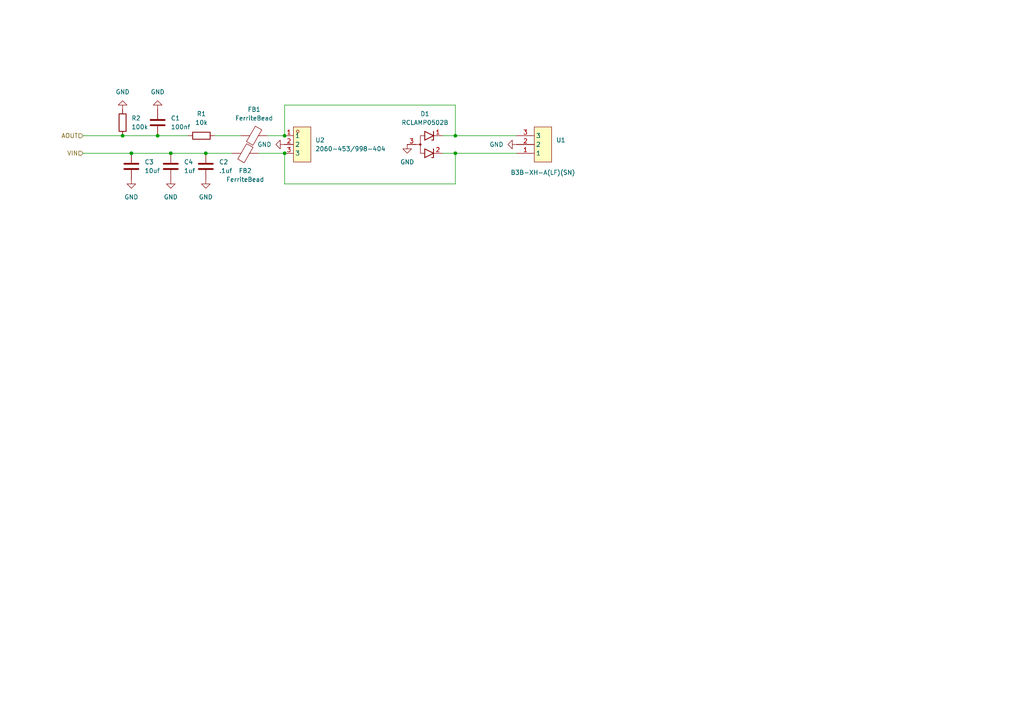
<source format=kicad_sch>
(kicad_sch (version 20231120) (generator "eeschema") (generator_version "8.0")
  (paper "A4")
  (lib_symbols
    (symbol "Device:C" (pin_numbers hide) (pin_names (offset 0.254))
      (property "Reference" "C" (at 0.635 2.54 0))
      (property "Value" "C" (at 0.635 -2.54 0))
      (symbol "C_0_1"
        (polyline (pts (xy -2.032 -0.762) (xy 2.032 -0.762)) (stroke (width 0.508)))
        (polyline (pts (xy -2.032 0.762) (xy 2.032 0.762)) (stroke (width 0.508)))
      )
      (symbol "C_1_1"
        (pin passive line (at 0 3.81 270) (length 2.794) (name "~") (number "1"))
        (pin passive line (at 0 -3.81 90) (length 2.794) (name "~") (number "2"))
      )
    )
    (symbol "Device:FerriteBead" (pin_numbers hide) (pin_names (offset 0))
      (property "Reference" "FB" (at -3.81 0.635 90))
      (property "Value" "FerriteBead" (at 3.81 0 90))
      (symbol "FerriteBead_0_1"
        (polyline (pts (xy 0 -1.27) (xy 0 -1.2192)))
        (polyline (pts (xy 0 1.27) (xy 0 1.2954)))
        (polyline (pts (xy -2.7686 0.4064) (xy -1.7018 2.2606) (xy 2.7686 -0.3048) (xy 1.6764 -2.159) (xy -2.7686 0.4064)))
      )
      (symbol "FerriteBead_1_1"
        (pin passive line (at 0 3.81 270) (length 2.54) (name "~") (number "1"))
        (pin passive line (at 0 -3.81 90) (length 2.54) (name "~") (number "2"))
      )
    )
    (symbol "Device:R" (pin_numbers hide) (pin_names (offset 0))
      (property "Reference" "R" (at 2.032 0 90))
      (property "Value" "R" (at 0 0 90))
      (symbol "R_0_1"
        (rectangle (start -1.016 -2.54) (end 1.016 2.54) (stroke (width 0.254)))
      )
      (symbol "R_1_1"
        (pin passive line (at 0 3.81 270) (length 1.27) (name "~") (number "1"))
        (pin passive line (at 0 -3.81 90) (length 1.27) (name "~") (number "2"))
      )
    )
    (symbol "Power_Protection:RCLAMP0502B" (pin_names hide)
      (property "Reference" "D" (at 0 5.08 0))
      (property "Value" "RCLAMP0502B" (at 0 -5.08 0))
      (symbol "RCLAMP0502B_0_1"
        (polyline (pts (xy -2.54 0) (xy -1.27 0)))
        (polyline (pts (xy -1.27 2.54) (xy -1.27 -2.54)))
        (polyline (pts (xy 0 2.54) (xy -1.27 2.54)) (stroke (width 0.1524)))
        (polyline (pts (xy 2.54 3.81) (xy 2.54 1.27) (xy 2.032 1.27)) (stroke (width 0.254)))
        (polyline (pts (xy 0 1.27) (xy 0 3.81) (xy 2.54 2.54) (xy 0 1.27)) (stroke (width 0.254)))
        (pin passive line (at -5.08 0 0) (length 2.54) (name "A") (number "3"))
      )
      (symbol "RCLAMP0502B_1_1"
        (circle (center -1.27 0) (radius 0.254) (fill (type outline)))
        (polyline (pts (xy 0 -2.54) (xy -1.27 -2.54)) (stroke (width 0.1524)))
        (polyline (pts (xy 2.54 -1.27) (xy 2.54 -3.81) (xy 2.032 -3.81)) (stroke (width 0.254)))
        (polyline (pts (xy 0 -3.81) (xy 0 -1.27) (xy 2.54 -2.54) (xy 0 -3.81)) (stroke (width 0.254)))
        (pin passive line (at 5.08 2.54 180) (length 2.54) (name "K1") (number "1"))
        (pin passive line (at 5.08 -2.54 180) (length 2.54) (name "K2") (number "2"))
      )
    )
    (symbol "easyeda2kicad:2060-453_998-404"
      (property "Reference" "U" (at 0 7.62 0))
      (property "Value" "2060-453/998-404" (at 0 -7.62 0))
      (symbol "2060-453_998-404_0_1"
        (rectangle (start -2.54 5.08) (end 2.54 -5.08) (fill (type background)))
        (circle (center -1.27 3.81) (radius 0.38))
        (pin unspecified line (at -5.08 2.54 0) (length 2.54) (name "1") (number "1"))
        (pin unspecified line (at -5.08 0 0) (length 2.54) (name "2") (number "2"))
        (pin unspecified line (at -5.08 -2.54 0) (length 2.54) (name "3") (number "3"))
      )
    )
    (symbol "easyeda2kicad:B3B-XH-A(LF)(SN)"
      (property "Reference" "U" (at 0 12.7 0))
      (property "Value" "B3B-XH-A(LF)(SN)" (at 0 2.54 0))
      (symbol "B3B-XH-A(LF)(SN)_0_1"
        (rectangle (start -5.08 2.54) (end 5.08 -2.54) (fill (type background)))
        (pin unspecified line (at -2.54 7.62 270) (length 5.08) (name "1") (number "1"))
        (pin unspecified line (at 0 7.62 270) (length 5.08) (name "2") (number "2"))
        (pin unspecified line (at 2.54 7.62 270) (length 5.08) (name "3") (number "3"))
      )
    )
    (symbol "power:GND" (power) (pin_numbers hide) (pin_names (offset 0) hide)
      (property "Value" "GND" (at 0 -3.81 0))
      (symbol "GND_0_1"
        (polyline (pts (xy 0 0) (xy 0 -1.27) (xy 1.27 -1.27) (xy 0 -2.54) (xy -1.27 -1.27) (xy 0 -1.27)))
      )
      (symbol "GND_1_1"
        (pin power_in line (at 0 0 270) (length 0) (name "~") (number "1"))
      )
    )
  )
  (junction (at 49.53 44.45))
  (junction (at 82.55 44.45))
  (junction (at 132.08 44.45))
  (junction (at 59.69 44.45))
  (junction (at 132.08 39.37))
  (junction (at 82.55 39.37))
  (junction (at 45.72 39.37))
  (junction (at 38.1 44.45))
  (junction (at 35.56 39.37))
  (wire (pts (xy 62.23 39.37) (xy 69.85 39.37)))
  (wire (pts (xy 82.55 53.34) (xy 132.08 53.34)))
  (wire (pts (xy 35.56 39.37) (xy 45.72 39.37)))
  (wire (pts (xy 132.08 44.45) (xy 132.08 53.34)))
  (wire (pts (xy 132.08 39.37) (xy 132.08 30.48)))
  (wire (pts (xy 24.13 44.45) (xy 38.1 44.45)))
  (wire (pts (xy 149.86 44.45) (xy 132.08 44.45)))
  (wire (pts (xy 132.08 30.48) (xy 82.55 30.48)))
  (wire (pts (xy 45.72 39.37) (xy 54.61 39.37)))
  (wire (pts (xy 82.55 30.48) (xy 82.55 39.37)))
  (wire (pts (xy 82.55 53.34) (xy 82.55 44.45)))
  (wire (pts (xy 128.27 44.45) (xy 132.08 44.45)))
  (wire (pts (xy 128.27 39.37) (xy 132.08 39.37)))
  (wire (pts (xy 74.93 44.45) (xy 82.55 44.45)))
  (wire (pts (xy 24.13 39.37) (xy 35.56 39.37)))
  (wire (pts (xy 149.86 39.37) (xy 132.08 39.37)))
  (wire (pts (xy 77.47 39.37) (xy 82.55 39.37)))
  (wire (pts (xy 38.1 44.45) (xy 49.53 44.45)))
  (wire (pts (xy 59.69 44.45) (xy 67.31 44.45)))
  (wire (pts (xy 49.53 44.45) (xy 59.69 44.45)))
  (hierarchical_label "VIN" (shape input) (at 24.13 44.45 180))
  (hierarchical_label "AOUT" (shape input) (at 24.13 39.37 180))
  (symbol (lib_id "power:GND") (at 149.86 41.91 270) (unit 1)
    (property "Reference" "#PWR024" (effects (hide yes)))
    (property "Value" "GND" (at 146.05 41.9099 90) (effects (justify right)))
    (property "Description" "Power symbol creates a global label with name \"GND\" , ground" (effects (hide yes)))
    (instances (project "" (path "" (reference "#PWR03") (unit 1)) (path "" (reference "#PWR034") (unit 1)) (path "" (reference "#PWR024") (unit 1)) (path "" (reference "#PWR029") (unit 1))))
  )
  (symbol (lib_id "easyeda2kicad:B3B-XH-A(LF)(SN)") (at 157.48 41.91 90) (unit 1)
    (property "Reference" "U1" (at 161.29 40.6399 90) (effects (justify right)))
    (property "Value" "B3B-XH-A(LF)(SN)" (at 148.082 50.038 90) (effects (justify right)))
    (property "Footprint" "easyeda2kicad:CONN-TH_3P-P2.50_A2501WV2-3P" (effects (hide yes)))
    (property "Datasheet" "https://lcsc.com/product-detail/XH-Connectors_JST-Sales-America_B3B-XH-A-LF-SN_JST-Sales-America-B3B-XH-A-LF-SN_C144394.html" (effects (hide yes)))
    (property "LCSC Part" "C144394" (effects (hide yes)))
    (instances (project "a2d" (path "" (reference "U1") (unit 1)) (path "" (reference "U10") (unit 1)) (path "" (reference "U6") (unit 1)) (path "" (reference "U8") (unit 1))))
  )
  (symbol (lib_id "easyeda2kicad:2060-453_998-404") (at 87.63 41.91 0) (unit 1)
    (property "Reference" "U5" (at 91.44 40.6399 0) (effects (justify left)))
    (property "Value" "2060-453/998-404" (at 91.44 43.1799 0) (effects (justify left)))
    (property "Footprint" "easyeda2kicad:CONN-SMD_2060-453" (effects (hide yes)))
    (property "LCSC Part" "C2765056" (effects (hide yes)))
    (instances (project "" (path "" (reference "U2") (unit 1)) (path "" (reference "U9") (unit 1)) (path "" (reference "U5") (unit 1)) (path "" (reference "U7") (unit 1))))
  )
  (symbol (lib_id "Device:FerriteBead") (at 73.66 39.37 270) (unit 1)
    (property "Reference" "FB4" (at 73.7108 31.75 90))
    (property "Value" "FerriteBead" (at 73.7108 34.29 90))
    (property "Footprint" "Inductor_SMD:L_0603_1608Metric" (effects (hide yes)))
    (property "Description" "Ferrite bead" (effects (hide yes)))
    (property "LCSC Part" "C85824" (effects (hide yes)))
    (instances (project "" (path "" (reference "FB1") (unit 1)) (path "" (reference "FB8") (unit 1)) (path "" (reference "FB4") (unit 1)) (path "" (reference "FB6") (unit 1))))
  )
  (symbol (lib_id "power:GND") (at 82.55 41.91 270) (unit 1)
    (property "Reference" "#PWR022" (effects (hide yes)))
    (property "Value" "GND" (at 78.74 41.9099 90) (effects (justify right)))
    (property "Description" "Power symbol creates a global label with name \"GND\" , ground" (effects (hide yes)))
    (instances (project "" (path "" (reference "#PWR04") (unit 1)) (path "" (reference "#PWR032") (unit 1)) (path "" (reference "#PWR022") (unit 1)) (path "" (reference "#PWR027") (unit 1))))
  )
  (symbol (lib_id "power:GND") (at 118.11 41.91 0) (unit 1)
    (property "Reference" "#PWR023" (effects (hide yes)))
    (property "Value" "GND" (at 118.11 46.99 0))
    (property "Description" "Power symbol creates a global label with name \"GND\" , ground" (effects (hide yes)))
    (instances (project "" (path "" (reference "#PWR05") (unit 1)) (path "" (reference "#PWR033") (unit 1)) (path "" (reference "#PWR023") (unit 1)) (path "" (reference "#PWR028") (unit 1))))
  )
  (symbol (lib_id "Device:R") (at 58.42 39.37 90) (unit 1)
    (property "Reference" "R5" (at 58.42 33.02 90))
    (property "Value" "10k" (at 58.42 35.56 90))
    (property "Footprint" "Resistor_SMD:R_0603_1608Metric" (effects (hide yes)))
    (property "Description" "Resistor" (effects (hide yes)))
    (instances (project "" (path "" (reference "R1") (unit 1)) (path "" (reference "R9") (unit 1)) (path "" (reference "R5") (unit 1)) (path "" (reference "R7") (unit 1))))
  )
  (symbol (lib_id "power:GND") (at 49.53 52.07 0) (unit 1)
    (property "Reference" "#PWR045" (effects (hide yes)))
    (property "Value" "GND" (at 49.53 57.15 0))
    (property "Description" "Power symbol creates a global label with name \"GND\" , ground" (effects (hide yes)))
    (instances (project "a2d" (path "" (reference "#PWR045") (unit 1)) (path "" (reference "#PWR048") (unit 1)) (path "" (reference "#PWR046") (unit 1)) (path "" (reference "#PWR047") (unit 1))))
  )
  (symbol (lib_id "Device:C") (at 45.72 35.56 0) (unit 1)
    (property "Reference" "C16" (at 49.53 34.2899 0) (effects (justify left)))
    (property "Value" "100nf" (at 49.53 36.8299 0) (effects (justify left)))
    (property "Footprint" "Capacitor_SMD:C_0603_1608Metric" (effects (hide yes)))
    (property "Description" "Unpolarized capacitor" (effects (hide yes)))
    (instances (project "" (path "" (reference "C1") (unit 1)) (path "" (reference "C24") (unit 1)) (path "" (reference "C16") (unit 1)) (path "" (reference "C20") (unit 1))))
  )
  (symbol (lib_id "Device:C") (at 59.69 48.26 0) (unit 1)
    (property "Reference" "C18" (at 63.5 46.9899 0) (effects (justify left)))
    (property "Value" ".1uf" (at 63.5 49.5299 0) (effects (justify left)))
    (property "Footprint" "Capacitor_SMD:C_0603_1608Metric" (effects (hide yes)))
    (property "Description" "Unpolarized capacitor" (effects (hide yes)))
    (instances (project "" (path "" (reference "C2") (unit 1)) (path "" (reference "C26") (unit 1)) (path "" (reference "C18") (unit 1)) (path "" (reference "C22") (unit 1))))
  )
  (symbol (lib_id "power:GND") (at 45.72 31.75 180) (unit 1)
    (property "Reference" "#PWR021" (effects (hide yes)))
    (property "Value" "GND" (at 45.72 26.67 0))
    (property "Description" "Power symbol creates a global label with name \"GND\" , ground" (effects (hide yes)))
    (instances (project "" (path "" (reference "#PWR06") (unit 1)) (path "" (reference "#PWR031") (unit 1)) (path "" (reference "#PWR021") (unit 1)) (path "" (reference "#PWR026") (unit 1))))
  )
  (symbol (lib_id "power:GND") (at 59.69 52.07 0) (unit 1)
    (property "Reference" "#PWR049" (effects (hide yes)))
    (property "Value" "GND" (at 59.69 57.15 0))
    (property "Description" "Power symbol creates a global label with name \"GND\" , ground" (effects (hide yes)))
    (instances (project "a2d" (path "" (reference "#PWR049") (unit 1)) (path "" (reference "#PWR052") (unit 1)) (path "" (reference "#PWR050") (unit 1)) (path "" (reference "#PWR051") (unit 1))))
  )
  (symbol (lib_id "Device:C") (at 49.53 48.26 0) (unit 1)
    (property "Reference" "C4" (at 53.34 46.9899 0) (effects (justify left)))
    (property "Value" "1uf" (at 53.34 49.5299 0) (effects (justify left)))
    (property "Footprint" "Capacitor_SMD:C_0603_1608Metric" (effects (hide yes)))
    (property "Description" "Unpolarized capacitor" (effects (hide yes)))
    (instances (project "a2d" (path "" (reference "C4") (unit 1)) (path "" (reference "C25") (unit 1)) (path "" (reference "C17") (unit 1)) (path "" (reference "C21") (unit 1))))
  )
  (symbol (lib_id "Device:R") (at 35.56 35.56 0) (unit 1)
    (property "Reference" "R4" (at 38.1 34.2899 0) (effects (justify left)))
    (property "Value" "100k" (at 38.1 36.8299 0) (effects (justify left)))
    (property "Footprint" "Resistor_SMD:R_0603_1608Metric" (effects (hide yes)))
    (property "Description" "Resistor" (effects (hide yes)))
    (instances (project "" (path "" (reference "R2") (unit 1)) (path "" (reference "R8") (unit 1)) (path "" (reference "R4") (unit 1)) (path "" (reference "R6") (unit 1))))
  )
  (symbol (lib_id "Device:C") (at 38.1 48.26 0) (unit 1)
    (property "Reference" "C15" (at 41.91 46.9899 0) (effects (justify left)))
    (property "Value" "10uf" (at 41.91 49.5299 0) (effects (justify left)))
    (property "Footprint" "Capacitor_SMD:C_0603_1608Metric" (effects (hide yes)))
    (property "Description" "Unpolarized capacitor" (effects (hide yes)))
    (instances (project "" (path "" (reference "C3") (unit 1)) (path "" (reference "C23") (unit 1)) (path "" (reference "C15") (unit 1)) (path "" (reference "C19") (unit 1))))
  )
  (symbol (lib_id "power:GND") (at 38.1 52.07 0) (unit 1)
    (property "Reference" "#PWR08" (effects (hide yes)))
    (property "Value" "GND" (at 38.1 57.15 0))
    (property "Description" "Power symbol creates a global label with name \"GND\" , ground" (effects (hide yes)))
    (instances (project "" (path "" (reference "#PWR08") (unit 1)) (path "" (reference "#PWR044") (unit 1)) (path "" (reference "#PWR042") (unit 1)) (path "" (reference "#PWR043") (unit 1))))
  )
  (symbol (lib_id "Device:FerriteBead") (at 71.12 44.45 270) (unit 1)
    (property "Reference" "FB2" (at 71.12 49.53 90))
    (property "Value" "FerriteBead" (at 71.12 52.07 90))
    (property "Footprint" "Inductor_SMD:L_0603_1608Metric" (effects (hide yes)))
    (property "Description" "Ferrite bead" (effects (hide yes)))
    (property "LCSC Part" "C85824" (effects (hide yes)))
    (instances (project "a2d" (path "" (reference "FB2") (unit 1)) (path "" (reference "FB7") (unit 1)) (path "" (reference "FB3") (unit 1)) (path "" (reference "FB5") (unit 1))))
  )
  (symbol (lib_id "power:GND") (at 35.56 31.75 180) (unit 1)
    (property "Reference" "#PWR020" (effects (hide yes)))
    (property "Value" "GND" (at 35.56 26.67 0))
    (property "Description" "Power symbol creates a global label with name \"GND\" , ground" (effects (hide yes)))
    (instances (project "" (path "" (reference "#PWR07") (unit 1)) (path "" (reference "#PWR030") (unit 1)) (path "" (reference "#PWR020") (unit 1)) (path "" (reference "#PWR025") (unit 1))))
  )
  (symbol (lib_id "Power_Protection:RCLAMP0502B") (at 123.19 41.91 0) (unit 1)
    (property "Reference" "D2" (at 123.2535 33.02 0))
    (property "Value" "RCLAMP0502B" (at 123.2535 35.56 0))
    (property "Footprint" "Package_TO_SOT_SMD:SOT-416" (effects (hide yes)))
    (property "Datasheet" "https://www.semtech.com/products/circuit-protection/low-capacitance/rclamp0502b" (effects (hide yes)))
    (property "Description" "Low capacitance unidirectional dual ESD protection diode, SC-75" (effects (hide yes)))
    (instances (project "" (path "" (reference "D1") (unit 1)) (path "" (reference "D4") (unit 1)) (path "" (reference "D2") (unit 1)) (path "" (reference "D3") (unit 1))))
  )
)
</source>
